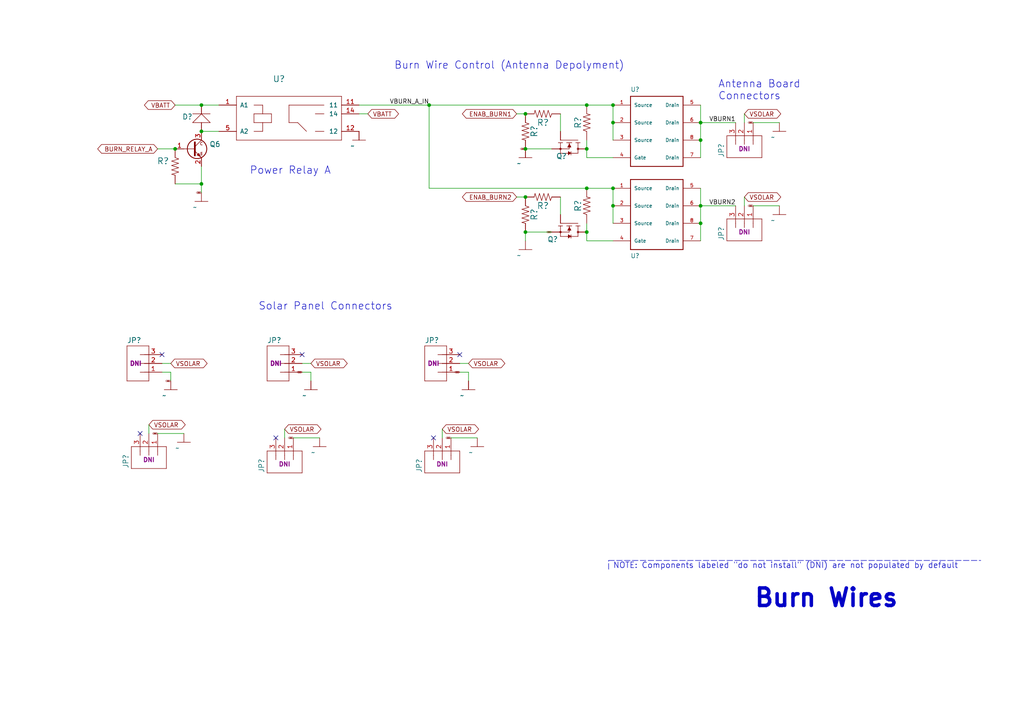
<source format=kicad_sch>
(kicad_sch (version 20211123) (generator eeschema)
  (paper "A4")
  (title_block (title "PyCubed Mainboard") (date "2021-06-09") (rev "v05c") (company "Max Holliday"))
  (lib_symbols
    (symbol "mainboard:DFLS130L" (pin_names (offset 1.016))
      (property "Reference" "D" (at 0 2.54 0))
      (property "Value" "DFLS130L" (at 0 -5.08 0))
      (symbol "DFLS130L_1_0"
        (polyline (pts (xy 0 -2.54) (xy 2.54 0)))
        (polyline (pts (xy 0 2.54) (xy 0 -2.54)))
        (polyline (pts (xy 2.54 0) (xy 0 2.54)))
        (polyline (pts (xy 2.54 2.54) (xy 2.54 -2.54)))
        (pin bidirectional line (at -2.54 0 0) (length 2.54) (name "A") (number "A"))
        (pin bidirectional line (at 5.08 0 180) (length 2.54) (name "C") (number "C"))
      )
    )
    (symbol "mainboard:GND" (power) (pin_names (offset 1.016))
      (property "Value" "GND" (at -2.54 -2.54 0))
      (symbol "GND_1_0"
        (polyline (pts (xy -1.905 0) (xy 1.905 0)))
        (pin power_in line (at 0 2.54 270) (length 2.54) (name "GND") (number "1"))
      )
    )
    (symbol "mainboard:IRLML2803TRPBF" (pin_names (offset 1.016))
      (property "Reference" "Q" (at -11.43 1.27 0))
      (property "Value" "IRLML2803TRPBF" (at -11.43 3.81 0))
      (symbol "IRLML2803TRPBF_1_0"
        (polyline (pts (xy 0 2.54) (xy 0 -2.54)))
        (polyline (pts (xy 0.762 -2.54) (xy 0.762 -3.175)))
        (polyline (pts (xy 0.762 -1.905) (xy 0.762 -2.54)))
        (polyline (pts (xy 0.762 0) (xy 0.762 -0.762)))
        (polyline (pts (xy 0.762 0) (xy 2.54 0)))
        (polyline (pts (xy 0.762 0.762) (xy 0.762 0)))
        (polyline (pts (xy 0.762 2.54) (xy 0.762 1.905)))
        (polyline (pts (xy 0.762 2.54) (xy 3.81 2.54)))
        (polyline (pts (xy 0.762 3.175) (xy 0.762 2.54)))
        (polyline (pts (xy 2.54 -2.54) (xy 0.762 -2.54)))
        (polyline (pts (xy 2.54 -2.54) (xy 3.81 -2.54)))
        (polyline (pts (xy 2.54 0) (xy 2.54 -2.54)))
        (polyline (pts (xy 3.302 0.508) (xy 3.81 0.508)))
        (polyline (pts (xy 3.81 -0.508) (xy 3.81 -2.54)))
        (polyline (pts (xy 3.81 0.508) (xy 3.81 -0.508)))
        (polyline (pts (xy 3.81 0.508) (xy 4.318 0.508)))
        (polyline (pts (xy 3.81 2.54) (xy 3.81 0.508)))
        (polyline (pts (xy 1.016 0) (xy 2.032 0.508) (xy 2.032 -0.508)) (fill (type outline)))
        (polyline (pts (xy 3.81 0.508) (xy 3.302 -0.254) (xy 4.318 -0.254)) (fill (type outline)))
        (circle (center 2.54 -2.54) (radius 0.254))
        (circle (center 2.54 2.54) (radius 0.254))
        (pin passive line (at -2.54 -2.54 0) (length 2.54) (name "G") (number "1"))
        (pin passive line (at 2.54 -5.08 90) (length 2.54) (name "S") (number "2"))
        (pin passive line (at 2.54 5.08 270) (length 2.54) (name "D") (number "3"))
      )
    )
    (symbol "mainboard:M03POLAR_LOCK" (pin_names (offset 1.016))
      (property "Reference" "JP" (at -2.54 5.842 0))
      (property "Value" "M03POLAR_LOCK" (at -2.54 -7.62 0))
      (symbol "M03POLAR_LOCK_1_0"
        (polyline (pts (xy -2.54 5.08) (xy -2.54 -5.08)))
        (polyline (pts (xy -2.54 5.08) (xy 3.81 5.08)))
        (polyline (pts (xy 1.27 -2.54) (xy 2.54 -2.54)))
        (polyline (pts (xy 1.27 0) (xy 2.54 0)))
        (polyline (pts (xy 1.27 2.54) (xy 2.54 2.54)))
        (polyline (pts (xy 3.81 -5.08) (xy -2.54 -5.08)))
        (polyline (pts (xy 3.81 -5.08) (xy 3.81 5.08)))
        (pin passive line (at 7.62 -2.54 180) (length 5.08) (name "1") (number "1"))
        (pin passive line (at 7.62 0 180) (length 5.08) (name "2") (number "2"))
        (pin passive line (at 7.62 2.54 180) (length 5.08) (name "3") (number "3"))
      )
    )
    (symbol "mainboard:MMBT2222AT" (pin_names (offset 1.016) hide)
      (property "Reference" "Q" (at -8.89 3.81 0))
      (property "Value" "MMBT2222AT" (at 2.54 -1.27 0))
      (symbol "MMBT2222AT_0_1"
        (polyline (pts (xy -5.08 0) (xy -1.905 0)))
        (polyline (pts (xy -0.127 -1.397) (xy 0.254 -1.397)))
        (polyline (pts (xy -0.127 -1.016) (xy 0.254 -1.016)))
        (polyline (pts (xy -0.127 -1.016) (xy -0.127 -1.778) (xy 0.254 -1.778)))
        (polyline (pts (xy 0.254 1.905) (xy -0.127 1.905) (xy -0.254 1.651) (xy -0.254 1.397) (xy -0.127 1.143) (xy 0.254 1.143)))
      )
      (symbol "MMBT2222AT_1_1"
        (circle (center -1.27 0) (radius 2.8194) (stroke (width 0.254)))
        (polyline (pts (xy -1.905 0.635) (xy 0 2.54)))
        (polyline (pts (xy -1.905 -0.635) (xy 0 -2.54) (xy 0 -2.54)))
        (polyline (pts (xy -1.905 1.905) (xy -1.905 -1.905) (xy -1.905 -1.905)) (stroke (width 0.508)))
        (polyline (pts (xy -1.27 -1.778) (xy -0.762 -1.27) (xy -0.254 -2.286) (xy -1.27 -1.778) (xy -1.27 -1.778)) (fill (type outline)))
        (pin input line (at -7.62 0 0) (length 2.54) (name "B") (number "1"))
        (pin passive line (at 0 -5.08 90) (length 2.54) (name "E") (number "2"))
        (pin passive line (at 0 5.08 270) (length 2.54) (name "C") (number "3"))
      )
    )
    (symbol "mainboard:NDS8434" (pin_names (offset 1.016))
      (symbol "NDS8434_0_0"
        (polyline (pts (xy -7.62 -10.16) (xy -7.62 10.16)) (stroke (width 0.254)))
        (polyline (pts (xy -7.62 10.16) (xy 7.62 10.16)) (stroke (width 0.254)))
        (polyline (pts (xy 7.62 -10.16) (xy -7.62 -10.16)) (stroke (width 0.254)))
        (polyline (pts (xy 7.62 10.16) (xy 7.62 -10.16)) (stroke (width 0.254)))
        (pin bidirectional line (at -12.7 7.62 0) (length 5.08) (name "Source") (number "1"))
        (pin bidirectional line (at -12.7 2.54 0) (length 5.08) (name "Source") (number "2"))
        (pin bidirectional line (at -12.7 -2.54 0) (length 5.08) (name "Source") (number "3"))
        (pin bidirectional line (at -12.7 -7.62 0) (length 5.08) (name "Gate") (number "4"))
        (pin bidirectional line (at 12.7 7.62 180) (length 5.08) (name "Drain") (number "5"))
        (pin bidirectional line (at 12.7 2.54 180) (length 5.08) (name "Drain") (number "6"))
        (pin bidirectional line (at 12.7 -7.62 180) (length 5.08) (name "Drain") (number "7"))
        (pin bidirectional line (at 12.7 -2.54 180) (length 5.08) (name "Drain") (number "8"))
      )
    )
    (symbol "mainboard:PE014005" (pin_names (offset 1.016))
      (property "Reference" "U" (at -2.1844 9.1186 0))
      (property "Value" "PE014005" (at -2.8194 6.5786 0))
      (symbol "PE014005_1_0"
        (polyline (pts (xy -12.7 -7.62) (xy 17.78 -7.62)))
        (polyline (pts (xy -12.7 5.08) (xy -12.7 -7.62)))
        (polyline (pts (xy -7.62 -2.54) (xy -7.62 0)))
        (polyline (pts (xy -7.62 0) (xy -5.08 0)))
        (polyline (pts (xy -7.62 2.54) (xy -5.08 2.54)))
        (polyline (pts (xy -5.08 -5.08) (xy -7.62 -5.08)))
        (polyline (pts (xy -5.08 -2.54) (xy -7.62 -2.54)))
        (polyline (pts (xy -5.08 -2.54) (xy -5.08 -5.08)))
        (polyline (pts (xy -5.08 0) (xy -2.54 0)))
        (polyline (pts (xy -5.08 2.54) (xy -5.08 0)))
        (polyline (pts (xy -2.54 -2.54) (xy -5.08 -2.54)))
        (polyline (pts (xy -2.54 0) (xy -2.54 -2.54)))
        (polyline (pts (xy 2.54 -2.54) (xy 5.08 -2.54)))
        (polyline (pts (xy 2.54 2.54) (xy 2.54 -2.54)))
        (polyline (pts (xy 5.08 -2.54) (xy 7.62 -5.08)))
        (polyline (pts (xy 12.7 -5.08) (xy 10.16 -5.08)))
        (polyline (pts (xy 12.7 0) (xy 10.16 0)))
        (polyline (pts (xy 12.7 2.54) (xy 2.54 2.54)))
        (polyline (pts (xy 17.78 -7.62) (xy 17.78 5.08)))
        (polyline (pts (xy 17.78 5.08) (xy -12.7 5.08)))
        (pin passive line (at -17.78 2.54 0) (length 5.08) (name "A1") (number "1"))
        (pin passive line (at 22.86 2.54 180) (length 5.08) (name "11") (number "11"))
        (pin passive line (at 22.86 -5.08 180) (length 5.08) (name "12") (number "12"))
        (pin passive line (at 22.86 0 180) (length 5.08) (name "14") (number "14"))
        (pin passive line (at -17.78 -5.08 0) (length 5.08) (name "A2") (number "5"))
      )
    )
    (symbol "mainboard:RESISTOR0603" (pin_names (offset 1.016))
      (property "Reference" "R" (at 0 1.524 0))
      (property "Value" "RESISTOR0603" (at 0 -1.524 0))
      (symbol "RESISTOR0603_1_0"
        (polyline (pts (xy -2.54 0) (xy -2.159 1.016)))
        (polyline (pts (xy -2.159 1.016) (xy -1.524 -1.016)))
        (polyline (pts (xy -1.524 -1.016) (xy -0.889 1.016)))
        (polyline (pts (xy -0.889 1.016) (xy -0.254 -1.016)))
        (polyline (pts (xy -0.254 -1.016) (xy 0.381 1.016)))
        (polyline (pts (xy 0.381 1.016) (xy 1.016 -1.016)))
        (polyline (pts (xy 1.016 -1.016) (xy 1.651 1.016)))
        (polyline (pts (xy 1.651 1.016) (xy 2.286 -1.016)))
        (polyline (pts (xy 2.286 -1.016) (xy 2.54 0)))
        (pin passive line (at -5.08 0 0) (length 2.54) (name "1") (number "1"))
        (pin passive line (at 5.08 0 180) (length 2.54) (name "2") (number "2"))
      )
    )
  )
  (junction (at 170.18 67.31))
  (junction (at 170.18 30.48))
  (junction (at 170.18 43.18))
  (junction (at 58.42 53.34))
  (junction (at 58.42 30.48))
  (junction (at 152.4 57.15))
  (junction (at 203.2 40.64))
  (junction (at 152.4 33.02))
  (junction (at 152.4 67.31))
  (junction (at 177.8 35.56))
  (junction (at 170.18 54.61))
  (junction (at 58.42 38.1))
  (junction (at 203.2 64.77))
  (junction (at 203.2 59.69))
  (junction (at 203.2 35.56))
  (junction (at 50.8 43.18))
  (junction (at 124.46 30.48))
  (junction (at 177.8 54.61))
  (junction (at 152.4 43.18))
  (junction (at 177.8 30.48))
  (junction (at 177.8 59.69))
  (no_connect (at 125.73 127))
  (no_connect (at 80.01 127))
  (no_connect (at 40.64 125.73))
  (no_connect (at 87.63 102.87))
  (no_connect (at 46.99 102.87))
  (no_connect (at 133.35 102.87))
  (wire (pts (xy 203.2 59.69) (xy 203.2 54.61)))
  (wire (pts (xy 43.18 123.19) (xy 43.18 125.73)))
  (wire (pts (xy 130.81 127) (xy 138.43 127)))
  (wire (pts (xy 50.8 53.34) (xy 58.42 53.34)))
  (wire (pts (xy 177.8 59.69) (xy 177.8 54.61)))
  (wire (pts (xy 170.18 30.48) (xy 177.8 30.48)))
  (wire (pts (xy 162.56 62.23) (xy 162.56 57.15)))
  (wire (pts (xy 152.4 33.02) (xy 149.86 33.02)))
  (wire (pts (xy 170.18 40.64) (xy 170.18 43.18)))
  (wire (pts (xy 170.18 69.85) (xy 170.18 67.31)))
  (wire (pts (xy 218.44 59.69) (xy 226.06 59.69)))
  (wire (pts (xy 215.9 57.15) (xy 215.9 59.69)))
  (wire (pts (xy 170.18 64.77) (xy 170.18 67.31)))
  (wire (pts (xy 203.2 30.48) (xy 203.2 35.56)))
  (wire (pts (xy 58.42 53.34) (xy 58.42 48.26)))
  (wire (pts (xy 218.44 35.56) (xy 226.06 35.56)))
  (wire (pts (xy 104.14 33.02) (xy 106.68 33.02)))
  (wire (pts (xy 124.46 30.48) (xy 124.46 54.61)))
  (wire (pts (xy 82.55 127) (xy 82.55 124.46)))
  (wire (pts (xy 215.9 35.56) (xy 215.9 33.02)))
  (wire (pts (xy 152.4 57.15) (xy 149.86 57.15)))
  (wire (pts (xy 177.8 69.85) (xy 170.18 69.85)))
  (wire (pts (xy 63.5 30.48) (xy 58.42 30.48)))
  (wire (pts (xy 177.8 64.77) (xy 177.8 59.69)))
  (wire (pts (xy 46.99 105.41) (xy 49.53 105.41)))
  (wire (pts (xy 177.8 35.56) (xy 177.8 30.48)))
  (wire (pts (xy 170.18 45.72) (xy 170.18 43.18)))
  (wire (pts (xy 203.2 35.56) (xy 213.36 35.56)))
  (wire (pts (xy 45.72 125.73) (xy 53.34 125.73)))
  (wire (pts (xy 203.2 64.77) (xy 203.2 59.69)))
  (wire (pts (xy 160.02 67.31) (xy 152.4 67.31)))
  (wire (pts (xy 128.27 127) (xy 128.27 124.46)))
  (wire (pts (xy 135.89 107.95) (xy 135.89 110.49)))
  (wire (pts (xy 133.35 107.95) (xy 135.89 107.95)))
  (wire (pts (xy 87.63 107.95) (xy 90.17 107.95)))
  (wire (pts (xy 49.53 110.49) (xy 49.53 107.95)))
  (wire (pts (xy 203.2 35.56) (xy 203.2 40.64)))
  (wire (pts (xy 170.18 30.48) (xy 124.46 30.48)))
  (wire (pts (xy 203.2 69.85) (xy 203.2 64.77)))
  (wire (pts (xy 152.4 43.18) (xy 160.02 43.18)))
  (wire (pts (xy 162.56 38.1) (xy 162.56 33.02)))
  (polyline (pts (xy 176.53 165.1) (xy 176.53 162.56)))
  (wire (pts (xy 90.17 107.95) (xy 90.17 110.49)))
  (wire (pts (xy 58.42 55.88) (xy 58.42 53.34)))
  (wire (pts (xy 203.2 59.69) (xy 213.36 59.69)))
  (wire (pts (xy 49.53 107.95) (xy 46.99 107.95)))
  (polyline (pts (xy 176.53 162.56) (xy 284.48 162.56)))
  (wire (pts (xy 90.17 105.41) (xy 87.63 105.41)))
  (wire (pts (xy 45.72 43.18) (xy 50.8 43.18)))
  (wire (pts (xy 58.42 30.48) (xy 50.8 30.48)))
  (wire (pts (xy 85.09 127) (xy 92.71 127)))
  (wire (pts (xy 177.8 54.61) (xy 170.18 54.61)))
  (wire (pts (xy 152.4 67.31) (xy 152.4 69.85)))
  (wire (pts (xy 58.42 38.1) (xy 63.5 38.1)))
  (wire (pts (xy 177.8 40.64) (xy 177.8 35.56)))
  (wire (pts (xy 104.14 30.48) (xy 124.46 30.48)))
  (wire (pts (xy 135.89 105.41) (xy 133.35 105.41)))
  (wire (pts (xy 170.18 54.61) (xy 124.46 54.61)))
  (wire (pts (xy 203.2 40.64) (xy 203.2 45.72)))
  (wire (pts (xy 177.8 45.72) (xy 170.18 45.72)))
  (text "Burn Wire Control (Antenna Depolyment)" (at 114.3 20.32 0) (effects (font (size 2.159 2.159)) (justify left bottom)))
  (text "Antenna Board\nConnectors" (at 208.28 29.21 0) (effects (font (size 2.159 2.159)) (justify left bottom)))
  (text "Power Relay A" (at 72.39 50.8 0) (effects (font (size 2.159 2.159)) (justify left bottom)))
  (text "Burn Wires" (at 218.44 176.53 0) (effects (font (size 5.08 5.08) (thickness 1.016) bold) (justify left bottom)))
  (text "NOTE: Components labeled \"do not install\" (DNI) are not populated by default" (at 177.8 165.1 0) (effects (font (size 1.651 1.651)) (justify left bottom)))
  (text "Solar Panel Connectors" (at 74.93 90.17 0) (effects (font (size 2.159 2.159)) (justify left bottom)))
  (label "VBURN2" (at 213.36 59.69 180))
  (label "VBURN1" (at 213.36 35.56 180))
  (label "VBURN_A_IN" (at 124.46 30.48 180))
  (global_label "GND" (shape bidirectional) (at 45.72 125.73 180) (effects (font (size 0.254 0.254))) (property "Intersheet References" "${INTERSHEET_REFS}" (effects hide)))
  (global_label "GND" (shape bidirectional) (at 58.42 55.88 180) (effects (font (size 0.254 0.254))) (property "Intersheet References" "${INTERSHEET_REFS}" (effects hide)))
  (global_label "ENAB_BURN1" (shape bidirectional) (at 149.86 33.02 180) (property "Intersheet References" "${INTERSHEET_REFS}" (effects hide)))
  (global_label "GND" (shape bidirectional) (at 133.35 107.95 180) (effects (font (size 0.254 0.254))) (property "Intersheet References" "${INTERSHEET_REFS}" (effects hide)))
  (global_label "VSOLAR" (shape bidirectional) (at 215.9 33.02 0) (property "Intersheet References" "${INTERSHEET_REFS}" (effects hide)))
  (global_label "VSOLAR" (shape bidirectional) (at 82.55 124.46 0) (property "Intersheet References" "${INTERSHEET_REFS}" (effects hide)))
  (global_label "VBATT" (shape bidirectional) (at 50.8 30.48 180) (property "Intersheet References" "${INTERSHEET_REFS}" (effects hide)))
  (global_label "VBATT" (shape bidirectional) (at 106.68 33.02 0) (property "Intersheet References" "${INTERSHEET_REFS}" (effects hide)))
  (global_label "VSOLAR" (shape bidirectional) (at 49.53 105.41 0) (property "Intersheet References" "${INTERSHEET_REFS}" (effects hide)))
  (global_label "VSOLAR" (shape bidirectional) (at 90.17 105.41 0) (property "Intersheet References" "${INTERSHEET_REFS}" (effects hide)))
  (global_label "GND" (shape bidirectional) (at 130.81 127 180) (effects (font (size 0.254 0.254))) (property "Intersheet References" "${INTERSHEET_REFS}" (effects hide)))
  (global_label "VSOLAR" (shape bidirectional) (at 215.9 57.15 0) (property "Intersheet References" "${INTERSHEET_REFS}" (effects hide)))
  (global_label "GND" (shape bidirectional) (at 85.09 127 180) (effects (font (size 0.254 0.254))) (property "Intersheet References" "${INTERSHEET_REFS}" (effects hide)))
  (global_label "GND" (shape bidirectional) (at 87.63 107.95 180) (effects (font (size 0.254 0.254))) (property "Intersheet References" "${INTERSHEET_REFS}" (effects hide)))
  (global_label "GND" (shape bidirectional) (at 152.4 43.18 180) (effects (font (size 0.254 0.254))) (property "Intersheet References" "${INTERSHEET_REFS}" (effects hide)))
  (global_label "VSOLAR" (shape bidirectional) (at 43.18 123.19 0) (property "Intersheet References" "${INTERSHEET_REFS}" (effects hide)))
  (global_label "VSOLAR" (shape bidirectional) (at 135.89 105.41 0) (property "Intersheet References" "${INTERSHEET_REFS}" (effects hide)))
  (global_label "GND" (shape bidirectional) (at 218.44 35.56 180) (effects (font (size 0.254 0.254))) (property "Intersheet References" "${INTERSHEET_REFS}" (effects hide)))
  (global_label "GND" (shape bidirectional) (at 160.02 67.31 180) (effects (font (size 0.254 0.254))) (property "Intersheet References" "${INTERSHEET_REFS}" (effects hide)))
  (global_label "ENAB_BURN2" (shape bidirectional) (at 149.86 57.15 180) (property "Intersheet References" "${INTERSHEET_REFS}" (effects hide)))
  (global_label "VSOLAR" (shape bidirectional) (at 128.27 124.46 0) (property "Intersheet References" "${INTERSHEET_REFS}" (effects hide)))
  (global_label "GND" (shape bidirectional) (at 49.53 110.49 180) (effects (font (size 0.254 0.254))) (property "Intersheet References" "${INTERSHEET_REFS}" (effects hide)))
  (global_label "BURN_RELAY_A" (shape bidirectional) (at 45.72 43.18 180) (property "Intersheet References" "${INTERSHEET_REFS}" (effects hide)))
  (global_label "GND" (shape bidirectional) (at 218.44 59.69 180) (effects (font (size 0.254 0.254))) (property "Intersheet References" "${INTERSHEET_REFS}" (effects hide)))
  (symbol (lib_id "mainboard:GND") (at 226.06 62.23 0) (unit 1)
    (property "Reference" "#GND?" (effects hide))
  )
  (symbol (lib_id "mainboard:M03POLAR_LOCK") (at 215.9 67.31 90) (unit 1)
    (property "Reference" "JP?" (at 210.058 69.85 0) (effects (font (size 1.4986 1.4986)) (justify left bottom)))
    (property "Datasheet" "https://www.mouser.com/datasheet/2/276/022232037_sd-589157.pdf" (effects hide))
    (property "DNI" "DNI" (at 215.9 67.31 90) (effects (font bold)))
    (property "Description" "3-pin Vertical Header - 0.1in (2.54mm) Locking - Molex PN: 22-23-2037" (effects hide))
    (property "Flight" "22-23-2037" (effects hide))
    (property "Manufacturer_Name" "Molex" (effects hide))
    (property "Manufacturer_Part_Number" "22-23-2037" (effects hide))
    (property "Proto" "22-23-2037" (effects hide))
  )
  (symbol (lib_id "mainboard:RESISTOR0603") (at 157.48 57.15 180) (unit 1)
    (property "Reference" "R?" (at 157.48 58.674 0) (effects (font (size 1.778 1.778)) (justify bottom)))
    (property "Description" "4.7k 0603" (effects hide))
  )
  (symbol (lib_id "mainboard:M03POLAR_LOCK") (at 80.01 105.41 0) (unit 1)
    (property "Reference" "JP?" (at 77.47 99.568 0) (effects (font (size 1.4986 1.4986)) (justify left bottom)))
    (property "Datasheet" "https://www.mouser.com/datasheet/2/276/022232037_sd-589157.pdf" (effects hide))
    (property "DNI" "DNI" (at 80.01 105.41 0) (effects (font bold)))
    (property "Description" "3-pin Vertical Header - 0.1in (2.54mm) Locking - Molex PN: 22-23-2037" (effects hide))
    (property "Flight" "22-23-2037" (effects hide))
    (property "Manufacturer_Name" "Molex" (effects hide))
    (property "Manufacturer_Part_Number" "22-23-2037" (effects hide))
    (property "Proto" "22-23-2037" (effects hide))
  )
  (symbol (lib_id "mainboard:DFLS130L") (at 58.42 35.56 90) (unit 1)
    (property "Reference" "D?" (at 55.88 33.02 90) (effects (font (size 1.4986 1.4986)) (justify left bottom)))
    (property "Datasheet" "https://www.diodes.com/assets/Datasheets/ds30492.pdf" (effects hide))
    (property "Description" "Schottky Diode - 30V 1A" (effects hide))
    (property "Flight" "DFLS130L-7" (effects hide))
    (property "Manufacturer_Name" "Diodes Incorporated" (effects hide))
    (property "Manufacturer_Part_Number" "DFLS130L-7" (effects hide))
    (property "Proto" "DFLS130L" (effects hide))
  )
  (symbol (lib_id "mainboard:GND") (at 90.17 113.03 0) (unit 1)
    (property "Reference" "#GND?" (effects hide))
  )
  (symbol (lib_id "mainboard:RESISTOR0603") (at 50.8 48.26 270) (unit 1)
    (property "Reference" "R?" (at 49.0982 46.7106 90) (effects (font (size 1.778 1.778)) (justify right)))
    (property "Description" "10k 0603" (effects hide))
  )
  (symbol (lib_id "mainboard:M03POLAR_LOCK") (at 82.55 134.62 90) (unit 1)
    (property "Reference" "JP?" (at 76.708 137.16 0) (effects (font (size 1.4986 1.4986)) (justify left bottom)))
    (property "Datasheet" "https://www.mouser.com/datasheet/2/276/022232037_sd-589157.pdf" (effects hide))
    (property "DNI" "DNI" (at 82.55 134.62 90) (effects (font bold)))
    (property "Description" "3-pin Vertical Header - 0.1in (2.54mm) Locking - Molex PN: 22-23-2037" (effects hide))
    (property "Flight" "22-23-2037" (effects hide))
    (property "Manufacturer_Name" "Molex" (effects hide))
    (property "Manufacturer_Part_Number" "22-23-2037" (effects hide))
    (property "Proto" "22-23-2037" (effects hide))
  )
  (symbol (lib_id "mainboard:GND") (at 49.53 113.03 0) (unit 1)
    (property "Reference" "#GND?" (effects hide))
  )
  (symbol (lib_id "mainboard:GND") (at 152.4 72.39 0) (unit 1)
    (property "Reference" "#GND?" (effects hide))
  )
  (symbol (lib_id "mainboard:GND") (at 138.43 129.54 0) (unit 1)
    (property "Reference" "#GND?" (effects hide))
  )
  (symbol (lib_id "mainboard:M03POLAR_LOCK") (at 125.73 105.41 0) (unit 1)
    (property "Reference" "JP?" (at 123.19 99.568 0) (effects (font (size 1.4986 1.4986)) (justify left bottom)))
    (property "Datasheet" "https://www.mouser.com/datasheet/2/276/022232037_sd-589157.pdf" (effects hide))
    (property "DNI" "DNI" (at 125.73 105.41 0) (effects (font bold)))
    (property "Description" "3-pin Vertical Header - 0.1in (2.54mm) Locking - Molex PN: 22-23-2037" (effects hide))
    (property "Flight" "22-23-2037" (effects hide))
    (property "Manufacturer_Name" "Molex" (effects hide))
    (property "Manufacturer_Part_Number" "22-23-2037" (effects hide))
    (property "Proto" "22-23-2037" (effects hide))
  )
  (symbol (lib_id "mainboard:RESISTOR0603") (at 152.4 62.23 270) (unit 1)
    (property "Reference" "R?" (at 153.924 62.23 0) (effects (font (size 1.778 1.778)) (justify bottom)))
    (property "Description" "10k 0603" (effects hide))
  )
  (symbol (lib_id "mainboard:NDS8434") (at 190.5 38.1 0) (unit 1)
    (property "Reference" "U?" (at 182.88 26.67 0) (effects (justify left bottom)))
    (property "Datasheet" "https://www.onsemi.com/pdf/datasheet/nds8434-d.pdf" (effects hide))
    (property "Description" "P-Channel MOSFET" (effects hide))
    (property "Flight" "NDS8434" (effects hide))
    (property "Manufacturer_Name" "ON Semiconductor" (effects hide))
    (property "Manufacturer_Part_Number" "NDS8434" (effects hide))
    (property "Proto" "DMP2022LSS-13" (effects hide))
  )
  (symbol (lib_id "mainboard:NDS8434") (at 190.5 62.23 0) (unit 1)
    (property "Reference" "U?" (at 182.88 74.93 0) (effects (justify left bottom)))
    (property "Datasheet" "https://www.onsemi.com/pdf/datasheet/nds8434-d.pdf" (effects hide))
    (property "Description" "P-Channel MOSFET" (effects hide))
    (property "Flight" "NDS8434" (effects hide))
    (property "Manufacturer_Name" "ON Semiconductor" (effects hide))
    (property "Manufacturer_Part_Number" "NDS8434" (effects hide))
    (property "Proto" "DMP2022LSS-13" (effects hide))
  )
  (symbol (lib_id "mainboard:MMBT2222AT") (at 58.42 43.18 0) (unit 1)
    (property "Reference" "Q6" (at 60.7314 41.8338 0) (effects (font (size 1.4986 1.4986)) (justify left)))
    (property "Datasheet" "https://www.onsemi.com/pdf/datasheet/mmbt2222att1-d.pdf" (effects hide))
    (property "Description" "Single NPN BJT" (effects hide))
    (property "Flight" "NSVMMBT2222ATT1G" (effects hide))
    (property "Manufacturer_Name" "ON Semiconductor" (effects hide))
    (property "Manufacturer_Part_Number" "MMBT2222ALT1G" (effects hide))
    (property "Proto" "MMBT2222ALT1G" (effects hide))
  )
  (symbol (lib_id "mainboard:RESISTOR0603") (at 152.4 38.1 270) (unit 1)
    (property "Reference" "R?" (at 153.924 38.1 0) (effects (font (size 1.778 1.778)) (justify bottom)))
    (property "Description" "10k 0603" (effects hide))
  )
  (symbol (lib_id "mainboard:GND") (at 135.89 113.03 0) (unit 1)
    (property "Reference" "#GND?" (effects hide))
  )
  (symbol (lib_id "mainboard:IRLML2803TRPBF") (at 165.1 64.77 270) (unit 1)
    (property "Reference" "Q?" (at 158.75 68.58 90) (effects (font (size 1.4986 1.4986)) (justify left top)))
    (property "Datasheet" "https://www.onsemi.com/pdf/datasheet/mmbt2222att1-d.pdf" (effects hide))
    (property "Description" "Single N-Channel MOSFET" (effects hide))
    (property "Flight" "MMBT2222AT " (effects hide))
    (property "Manufacturer_Name" "ON Semiconductor" (effects hide))
    (property "Manufacturer_Part_Number" "MMBT2222AT " (effects hide))
    (property "Proto" "2302" (effects hide))
  )
  (symbol (lib_id "mainboard:RESISTOR0603") (at 157.48 33.02 180) (unit 1)
    (property "Reference" "R?" (at 157.48 34.544 0) (effects (font (size 1.778 1.778)) (justify bottom)))
    (property "Description" "4.7k 0603" (effects hide))
  )
  (symbol (lib_id "mainboard:RESISTOR0603") (at 170.18 35.56 90) (unit 1)
    (property "Reference" "R?" (at 168.656 35.56 0) (effects (font (size 1.778 1.778)) (justify bottom)))
    (property "Description" "100K 0603" (effects hide))
  )
  (symbol (lib_id "mainboard:M03POLAR_LOCK") (at 215.9 43.18 90) (unit 1)
    (property "Reference" "JP?" (at 210.058 45.72 0) (effects (font (size 1.4986 1.4986)) (justify left bottom)))
    (property "Datasheet" "https://www.mouser.com/datasheet/2/276/022232037_sd-589157.pdf" (effects hide))
    (property "DNI" "DNI" (at 215.9 43.18 90) (effects (font bold)))
    (property "Description" "3-pin Vertical Header - 0.1in (2.54mm) Locking - Molex PN: 22-23-2037" (effects hide))
    (property "Flight" "22-23-2037" (effects hide))
    (property "Manufacturer_Name" "Molex" (effects hide))
    (property "Manufacturer_Part_Number" "22-23-2037" (effects hide))
    (property "Proto" "22-23-2037" (effects hide))
  )
  (symbol (lib_id "mainboard:GND") (at 92.71 129.54 0) (unit 1)
    (property "Reference" "#GND?" (effects hide))
  )
  (symbol (lib_id "mainboard:RESISTOR0603") (at 170.18 59.69 90) (unit 1)
    (property "Reference" "R?" (at 168.656 59.69 0) (effects (font (size 1.778 1.778)) (justify bottom)))
    (property "Description" "100K 0603" (effects hide))
  )
  (symbol (lib_id "mainboard:M03POLAR_LOCK") (at 128.27 134.62 90) (unit 1)
    (property "Reference" "JP?" (at 122.428 137.16 0) (effects (font (size 1.4986 1.4986)) (justify left bottom)))
    (property "Datasheet" "https://www.mouser.com/datasheet/2/276/022232037_sd-589157.pdf" (effects hide))
    (property "DNI" "DNI" (at 128.27 134.62 90) (effects (font bold)))
    (property "Description" "3-pin Vertical Header - 0.1in (2.54mm) Locking - Molex PN: 22-23-2037" (effects hide))
    (property "Flight" "22-23-2037" (effects hide))
    (property "Manufacturer_Name" "Molex" (effects hide))
    (property "Manufacturer_Part_Number" "22-23-2037" (effects hide))
    (property "Proto" "22-23-2037" (effects hide))
  )
  (symbol (lib_id "mainboard:M03POLAR_LOCK") (at 43.18 133.35 90) (unit 1)
    (property "Reference" "JP?" (at 37.338 135.89 0) (effects (font (size 1.4986 1.4986)) (justify left bottom)))
    (property "Datasheet" "https://www.mouser.com/datasheet/2/276/022232037_sd-589157.pdf" (effects hide))
    (property "DNI" "DNI" (at 43.18 133.35 90) (effects (font bold)))
    (property "Description" "3-pin Vertical Header - 0.1in (2.54mm) Locking - Molex PN: 22-23-2037" (effects hide))
    (property "Flight" "22-23-2037" (effects hide))
    (property "Manufacturer_Name" "Molex" (effects hide))
    (property "Manufacturer_Part_Number" "22-23-2037" (effects hide))
    (property "Proto" "22-23-2037" (effects hide))
  )
  (symbol (lib_id "mainboard:GND") (at 53.34 128.27 0) (unit 1)
    (property "Reference" "#GND?" (effects hide))
  )
  (symbol (lib_id "mainboard:GND") (at 104.14 40.64 0) (unit 1)
    (property "Reference" "#GND?" (effects hide))
  )
  (symbol (lib_id "mainboard:PE014005") (at 81.28 33.02 0) (unit 1)
    (property "Reference" "U?" (at 79.0956 23.9014 0) (effects (font (size 1.7526 1.7526)) (justify left bottom)))
    (property "Datasheet" "https://www.te.com/usa-en/product-PE014006.html" (effects hide))
    (property "Description" "5A 6V SPDT General Purpose Relay" (effects hide))
    (property "Flight" "PE014006 TE" (effects hide))
    (property "Manufacturer_Name" "TE Connectivity" (effects hide))
    (property "Manufacturer_Part_Number" "PE014006 TE" (effects hide))
    (property "Proto" "TE Connectivity" (effects hide))
  )
  (symbol (lib_id "mainboard:IRLML2803TRPBF") (at 165.1 40.64 270) (unit 1)
    (property "Reference" "Q?" (at 161.29 44.45 90) (effects (font (size 1.4986 1.4986)) (justify left top)))
    (property "Datasheet" "https://www.infineon.com/dgdl/irlml2803pbf.pdf?fileId=5546d462533600a4015356682aff260f" (effects hide))
    (property "Description" "Single N-Channel MOSFET" (effects hide))
    (property "Flight" "IRLML2803" (effects hide))
    (property "Manufacturer_Name" "Infineon Technologies" (effects hide))
    (property "Manufacturer_Part_Number" "IRLML2803TRPbF" (effects hide))
    (property "Proto" "2302" (effects hide))
  )
  (symbol (lib_id "mainboard:GND") (at 152.4 45.72 0) (unit 1)
    (property "Reference" "#GND?" (effects hide))
  )
  (symbol (lib_id "mainboard:GND") (at 226.06 38.1 0) (unit 1)
    (property "Reference" "#GND?" (effects hide))
  )
  (symbol (lib_id "mainboard:GND") (at 58.42 58.42 0) (unit 1)
    (property "Reference" "#GND?" (effects hide))
  )
  (symbol (lib_id "mainboard:M03POLAR_LOCK") (at 39.37 105.41 0) (unit 1)
    (property "Reference" "JP?" (at 36.83 99.568 0) (effects (font (size 1.4986 1.4986)) (justify left bottom)))
    (property "Datasheet" "https://www.mouser.com/datasheet/2/276/022232037_sd-589157.pdf" (effects hide))
    (property "DNI" "DNI" (at 39.37 105.41 0) (effects (font bold)))
    (property "Description" "3-pin Vertical Header - 0.1in (2.54mm) Locking - Molex PN: 22-23-2037" (effects hide))
    (property "Flight" "22-23-2037" (effects hide))
    (property "Manufacturer_Name" "Molex" (effects hide))
    (property "Manufacturer_Part_Number" "22-23-2037" (effects hide))
    (property "Proto" "22-23-2037" (effects hide))
  )
)
</source>
